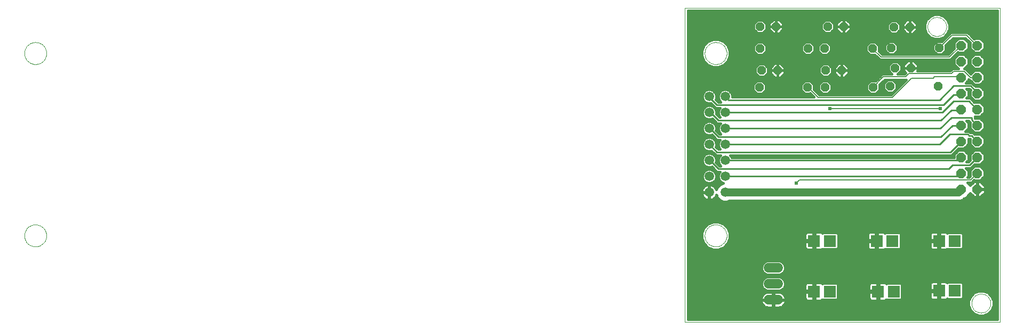
<source format=gbl>
G75*
G70*
%OFA0B0*%
%FSLAX24Y24*%
%IPPOS*%
%LPD*%
%AMOC8*
5,1,8,0,0,1.08239X$1,22.5*
%
%ADD10C,0.0000*%
%ADD11OC8,0.0600*%
%ADD12C,0.0594*%
%ADD13OC8,0.0520*%
%ADD14R,0.0768X0.0768*%
%ADD15C,0.0600*%
%ADD16C,0.0160*%
%ADD17C,0.0500*%
%ADD18C,0.0100*%
%ADD19C,0.0060*%
%ADD20C,0.0240*%
D10*
X001798Y006879D02*
X001800Y006931D01*
X001806Y006983D01*
X001816Y007034D01*
X001829Y007084D01*
X001847Y007134D01*
X001868Y007181D01*
X001892Y007227D01*
X001921Y007271D01*
X001952Y007313D01*
X001986Y007352D01*
X002023Y007389D01*
X002063Y007422D01*
X002106Y007453D01*
X002150Y007480D01*
X002196Y007504D01*
X002245Y007524D01*
X002294Y007540D01*
X002345Y007553D01*
X002396Y007562D01*
X002448Y007567D01*
X002500Y007568D01*
X002552Y007565D01*
X002604Y007558D01*
X002655Y007547D01*
X002705Y007533D01*
X002754Y007514D01*
X002801Y007492D01*
X002846Y007467D01*
X002890Y007438D01*
X002931Y007406D01*
X002970Y007371D01*
X003005Y007333D01*
X003038Y007292D01*
X003068Y007250D01*
X003094Y007205D01*
X003117Y007158D01*
X003136Y007109D01*
X003152Y007059D01*
X003164Y007009D01*
X003172Y006957D01*
X003176Y006905D01*
X003176Y006853D01*
X003172Y006801D01*
X003164Y006749D01*
X003152Y006699D01*
X003136Y006649D01*
X003117Y006600D01*
X003094Y006553D01*
X003068Y006508D01*
X003038Y006466D01*
X003005Y006425D01*
X002970Y006387D01*
X002931Y006352D01*
X002890Y006320D01*
X002846Y006291D01*
X002801Y006266D01*
X002754Y006244D01*
X002705Y006225D01*
X002655Y006211D01*
X002604Y006200D01*
X002552Y006193D01*
X002500Y006190D01*
X002448Y006191D01*
X002396Y006196D01*
X002345Y006205D01*
X002294Y006218D01*
X002245Y006234D01*
X002196Y006254D01*
X002150Y006278D01*
X002106Y006305D01*
X002063Y006336D01*
X002023Y006369D01*
X001986Y006406D01*
X001952Y006445D01*
X001921Y006487D01*
X001892Y006531D01*
X001868Y006577D01*
X001847Y006624D01*
X001829Y006674D01*
X001816Y006724D01*
X001806Y006775D01*
X001800Y006827D01*
X001798Y006879D01*
X001798Y018297D02*
X001800Y018349D01*
X001806Y018401D01*
X001816Y018452D01*
X001829Y018502D01*
X001847Y018552D01*
X001868Y018599D01*
X001892Y018645D01*
X001921Y018689D01*
X001952Y018731D01*
X001986Y018770D01*
X002023Y018807D01*
X002063Y018840D01*
X002106Y018871D01*
X002150Y018898D01*
X002196Y018922D01*
X002245Y018942D01*
X002294Y018958D01*
X002345Y018971D01*
X002396Y018980D01*
X002448Y018985D01*
X002500Y018986D01*
X002552Y018983D01*
X002604Y018976D01*
X002655Y018965D01*
X002705Y018951D01*
X002754Y018932D01*
X002801Y018910D01*
X002846Y018885D01*
X002890Y018856D01*
X002931Y018824D01*
X002970Y018789D01*
X003005Y018751D01*
X003038Y018710D01*
X003068Y018668D01*
X003094Y018623D01*
X003117Y018576D01*
X003136Y018527D01*
X003152Y018477D01*
X003164Y018427D01*
X003172Y018375D01*
X003176Y018323D01*
X003176Y018271D01*
X003172Y018219D01*
X003164Y018167D01*
X003152Y018117D01*
X003136Y018067D01*
X003117Y018018D01*
X003094Y017971D01*
X003068Y017926D01*
X003038Y017884D01*
X003005Y017843D01*
X002970Y017805D01*
X002931Y017770D01*
X002890Y017738D01*
X002846Y017709D01*
X002801Y017684D01*
X002754Y017662D01*
X002705Y017643D01*
X002655Y017629D01*
X002604Y017618D01*
X002552Y017611D01*
X002500Y017608D01*
X002448Y017609D01*
X002396Y017614D01*
X002345Y017623D01*
X002294Y017636D01*
X002245Y017652D01*
X002196Y017672D01*
X002150Y017696D01*
X002106Y017723D01*
X002063Y017754D01*
X002023Y017787D01*
X001986Y017824D01*
X001952Y017863D01*
X001921Y017905D01*
X001892Y017949D01*
X001868Y017995D01*
X001847Y018042D01*
X001829Y018092D01*
X001816Y018142D01*
X001806Y018193D01*
X001800Y018245D01*
X001798Y018297D01*
X043087Y021145D02*
X043087Y001460D01*
X062772Y001460D01*
X062772Y021145D01*
X043087Y021145D01*
X044318Y018297D02*
X044320Y018349D01*
X044326Y018401D01*
X044336Y018452D01*
X044349Y018502D01*
X044367Y018552D01*
X044388Y018599D01*
X044412Y018645D01*
X044441Y018689D01*
X044472Y018731D01*
X044506Y018770D01*
X044543Y018807D01*
X044583Y018840D01*
X044626Y018871D01*
X044670Y018898D01*
X044716Y018922D01*
X044765Y018942D01*
X044814Y018958D01*
X044865Y018971D01*
X044916Y018980D01*
X044968Y018985D01*
X045020Y018986D01*
X045072Y018983D01*
X045124Y018976D01*
X045175Y018965D01*
X045225Y018951D01*
X045274Y018932D01*
X045321Y018910D01*
X045366Y018885D01*
X045410Y018856D01*
X045451Y018824D01*
X045490Y018789D01*
X045525Y018751D01*
X045558Y018710D01*
X045588Y018668D01*
X045614Y018623D01*
X045637Y018576D01*
X045656Y018527D01*
X045672Y018477D01*
X045684Y018427D01*
X045692Y018375D01*
X045696Y018323D01*
X045696Y018271D01*
X045692Y018219D01*
X045684Y018167D01*
X045672Y018117D01*
X045656Y018067D01*
X045637Y018018D01*
X045614Y017971D01*
X045588Y017926D01*
X045558Y017884D01*
X045525Y017843D01*
X045490Y017805D01*
X045451Y017770D01*
X045410Y017738D01*
X045366Y017709D01*
X045321Y017684D01*
X045274Y017662D01*
X045225Y017643D01*
X045175Y017629D01*
X045124Y017618D01*
X045072Y017611D01*
X045020Y017608D01*
X044968Y017609D01*
X044916Y017614D01*
X044865Y017623D01*
X044814Y017636D01*
X044765Y017652D01*
X044716Y017672D01*
X044670Y017696D01*
X044626Y017723D01*
X044583Y017754D01*
X044543Y017787D01*
X044506Y017824D01*
X044472Y017863D01*
X044441Y017905D01*
X044412Y017949D01*
X044388Y017995D01*
X044367Y018042D01*
X044349Y018092D01*
X044336Y018142D01*
X044326Y018193D01*
X044320Y018245D01*
X044318Y018297D01*
X058244Y019964D02*
X058246Y020012D01*
X058252Y020060D01*
X058262Y020107D01*
X058275Y020153D01*
X058293Y020198D01*
X058313Y020242D01*
X058338Y020284D01*
X058366Y020323D01*
X058396Y020360D01*
X058430Y020394D01*
X058467Y020426D01*
X058505Y020455D01*
X058546Y020480D01*
X058589Y020502D01*
X058634Y020520D01*
X058680Y020534D01*
X058727Y020545D01*
X058775Y020552D01*
X058823Y020555D01*
X058871Y020554D01*
X058919Y020549D01*
X058967Y020540D01*
X059013Y020528D01*
X059058Y020511D01*
X059102Y020491D01*
X059144Y020468D01*
X059184Y020441D01*
X059222Y020411D01*
X059257Y020378D01*
X059289Y020342D01*
X059319Y020304D01*
X059345Y020263D01*
X059367Y020220D01*
X059387Y020176D01*
X059402Y020131D01*
X059414Y020084D01*
X059422Y020036D01*
X059426Y019988D01*
X059426Y019940D01*
X059422Y019892D01*
X059414Y019844D01*
X059402Y019797D01*
X059387Y019752D01*
X059367Y019708D01*
X059345Y019665D01*
X059319Y019624D01*
X059289Y019586D01*
X059257Y019550D01*
X059222Y019517D01*
X059184Y019487D01*
X059144Y019460D01*
X059102Y019437D01*
X059058Y019417D01*
X059013Y019400D01*
X058967Y019388D01*
X058919Y019379D01*
X058871Y019374D01*
X058823Y019373D01*
X058775Y019376D01*
X058727Y019383D01*
X058680Y019394D01*
X058634Y019408D01*
X058589Y019426D01*
X058546Y019448D01*
X058505Y019473D01*
X058467Y019502D01*
X058430Y019534D01*
X058396Y019568D01*
X058366Y019605D01*
X058338Y019644D01*
X058313Y019686D01*
X058293Y019730D01*
X058275Y019775D01*
X058262Y019821D01*
X058252Y019868D01*
X058246Y019916D01*
X058244Y019964D01*
X044318Y006879D02*
X044320Y006931D01*
X044326Y006983D01*
X044336Y007034D01*
X044349Y007084D01*
X044367Y007134D01*
X044388Y007181D01*
X044412Y007227D01*
X044441Y007271D01*
X044472Y007313D01*
X044506Y007352D01*
X044543Y007389D01*
X044583Y007422D01*
X044626Y007453D01*
X044670Y007480D01*
X044716Y007504D01*
X044765Y007524D01*
X044814Y007540D01*
X044865Y007553D01*
X044916Y007562D01*
X044968Y007567D01*
X045020Y007568D01*
X045072Y007565D01*
X045124Y007558D01*
X045175Y007547D01*
X045225Y007533D01*
X045274Y007514D01*
X045321Y007492D01*
X045366Y007467D01*
X045410Y007438D01*
X045451Y007406D01*
X045490Y007371D01*
X045525Y007333D01*
X045558Y007292D01*
X045588Y007250D01*
X045614Y007205D01*
X045637Y007158D01*
X045656Y007109D01*
X045672Y007059D01*
X045684Y007009D01*
X045692Y006957D01*
X045696Y006905D01*
X045696Y006853D01*
X045692Y006801D01*
X045684Y006749D01*
X045672Y006699D01*
X045656Y006649D01*
X045637Y006600D01*
X045614Y006553D01*
X045588Y006508D01*
X045558Y006466D01*
X045525Y006425D01*
X045490Y006387D01*
X045451Y006352D01*
X045410Y006320D01*
X045366Y006291D01*
X045321Y006266D01*
X045274Y006244D01*
X045225Y006225D01*
X045175Y006211D01*
X045124Y006200D01*
X045072Y006193D01*
X045020Y006190D01*
X044968Y006191D01*
X044916Y006196D01*
X044865Y006205D01*
X044814Y006218D01*
X044765Y006234D01*
X044716Y006254D01*
X044670Y006278D01*
X044626Y006305D01*
X044583Y006336D01*
X044543Y006369D01*
X044506Y006406D01*
X044472Y006445D01*
X044441Y006487D01*
X044412Y006531D01*
X044388Y006577D01*
X044367Y006624D01*
X044349Y006674D01*
X044336Y006724D01*
X044326Y006775D01*
X044320Y006827D01*
X044318Y006879D01*
X061000Y002641D02*
X061002Y002689D01*
X061008Y002737D01*
X061018Y002784D01*
X061031Y002830D01*
X061049Y002875D01*
X061069Y002919D01*
X061094Y002961D01*
X061122Y003000D01*
X061152Y003037D01*
X061186Y003071D01*
X061223Y003103D01*
X061261Y003132D01*
X061302Y003157D01*
X061345Y003179D01*
X061390Y003197D01*
X061436Y003211D01*
X061483Y003222D01*
X061531Y003229D01*
X061579Y003232D01*
X061627Y003231D01*
X061675Y003226D01*
X061723Y003217D01*
X061769Y003205D01*
X061814Y003188D01*
X061858Y003168D01*
X061900Y003145D01*
X061940Y003118D01*
X061978Y003088D01*
X062013Y003055D01*
X062045Y003019D01*
X062075Y002981D01*
X062101Y002940D01*
X062123Y002897D01*
X062143Y002853D01*
X062158Y002808D01*
X062170Y002761D01*
X062178Y002713D01*
X062182Y002665D01*
X062182Y002617D01*
X062178Y002569D01*
X062170Y002521D01*
X062158Y002474D01*
X062143Y002429D01*
X062123Y002385D01*
X062101Y002342D01*
X062075Y002301D01*
X062045Y002263D01*
X062013Y002227D01*
X061978Y002194D01*
X061940Y002164D01*
X061900Y002137D01*
X061858Y002114D01*
X061814Y002094D01*
X061769Y002077D01*
X061723Y002065D01*
X061675Y002056D01*
X061627Y002051D01*
X061579Y002050D01*
X061531Y002053D01*
X061483Y002060D01*
X061436Y002071D01*
X061390Y002085D01*
X061345Y002103D01*
X061302Y002125D01*
X061261Y002150D01*
X061223Y002179D01*
X061186Y002211D01*
X061152Y002245D01*
X061122Y002282D01*
X061094Y002321D01*
X061069Y002363D01*
X061049Y002407D01*
X061031Y002452D01*
X061018Y002498D01*
X061008Y002545D01*
X061002Y002593D01*
X061000Y002641D01*
D11*
X061351Y009781D03*
X060351Y009781D03*
X060351Y010781D03*
X061351Y010781D03*
X061351Y011781D03*
X060351Y011781D03*
X060351Y012781D03*
X061351Y012781D03*
X061351Y013781D03*
X060351Y013781D03*
X060351Y014781D03*
X061351Y014781D03*
X061351Y015781D03*
X060351Y015781D03*
X060351Y016781D03*
X061351Y016781D03*
X061351Y017781D03*
X060351Y017781D03*
X060351Y018781D03*
X061351Y018781D03*
D12*
X045597Y015588D03*
X044597Y015588D03*
X044597Y014588D03*
X045597Y014588D03*
X045597Y013588D03*
X044597Y013588D03*
X044597Y012588D03*
X045597Y012588D03*
X045597Y011588D03*
X044597Y011588D03*
X044597Y010588D03*
X045597Y010588D03*
X045597Y009588D03*
X044597Y009588D03*
D13*
X047747Y016180D03*
X047867Y017220D03*
X048867Y017220D03*
X050747Y016180D03*
X051827Y016180D03*
X051867Y017220D03*
X052867Y017220D03*
X054827Y016180D03*
X055921Y016240D03*
X056192Y017383D03*
X057192Y017383D03*
X058921Y016240D03*
X058990Y018645D03*
X055990Y018645D03*
X054794Y018596D03*
X051794Y018596D03*
X050778Y018589D03*
X047778Y018589D03*
X047776Y019972D03*
X048776Y019972D03*
X051994Y019969D03*
X052994Y019969D03*
X056134Y019948D03*
X057134Y019948D03*
D14*
X056054Y006549D03*
X055070Y006549D03*
X052136Y006549D03*
X051152Y006549D03*
X058962Y006549D03*
X059946Y006549D03*
X059941Y003429D03*
X058957Y003429D03*
X056127Y003380D03*
X055143Y003380D03*
X052127Y003380D03*
X051143Y003380D03*
D15*
X048907Y003860D02*
X048307Y003860D01*
X048307Y002860D02*
X048907Y002860D01*
X048907Y004860D02*
X048307Y004860D01*
D16*
X047926Y004630D02*
X043267Y004630D01*
X043267Y004472D02*
X048095Y004472D01*
X048058Y004487D02*
X048219Y004420D01*
X048994Y004420D01*
X049156Y004487D01*
X049280Y004611D01*
X049347Y004772D01*
X049347Y004948D01*
X049280Y005109D01*
X049156Y005233D01*
X048994Y005300D01*
X048219Y005300D01*
X048058Y005233D01*
X047934Y005109D01*
X047867Y004948D01*
X047867Y004772D01*
X047934Y004611D01*
X048058Y004487D01*
X048219Y004300D02*
X048058Y004233D01*
X047934Y004109D01*
X047867Y003948D01*
X047867Y003772D01*
X047934Y003611D01*
X048058Y003487D01*
X048219Y003420D01*
X048994Y003420D01*
X049156Y003487D01*
X049280Y003611D01*
X049347Y003772D01*
X049347Y003948D01*
X049280Y004109D01*
X049156Y004233D01*
X048994Y004300D01*
X048219Y004300D01*
X047979Y004155D02*
X043267Y004155D01*
X043267Y004313D02*
X062592Y004313D01*
X062592Y004155D02*
X049235Y004155D01*
X049327Y003996D02*
X062592Y003996D01*
X062592Y003838D02*
X060465Y003838D01*
X060465Y003870D02*
X060383Y003952D01*
X059499Y003952D01*
X059477Y003930D01*
X059451Y003956D01*
X059410Y003980D01*
X059364Y003992D01*
X059005Y003992D01*
X059005Y003476D01*
X058909Y003476D01*
X058909Y003381D01*
X058393Y003381D01*
X058393Y003021D01*
X058405Y002975D01*
X058429Y002934D01*
X058462Y002901D01*
X058503Y002877D01*
X058549Y002865D01*
X058909Y002865D01*
X058909Y003381D01*
X059005Y003381D01*
X059005Y002865D01*
X059364Y002865D01*
X059410Y002877D01*
X059451Y002901D01*
X059477Y002927D01*
X059499Y002905D01*
X060383Y002905D01*
X060465Y002987D01*
X060465Y003870D01*
X060465Y003679D02*
X062592Y003679D01*
X062592Y003521D02*
X060465Y003521D01*
X060465Y003362D02*
X061318Y003362D01*
X061438Y003412D02*
X061154Y003294D01*
X060938Y003078D01*
X060820Y002794D01*
X060820Y002488D01*
X060938Y002205D01*
X061154Y001988D01*
X061438Y001871D01*
X061744Y001871D01*
X062027Y001988D01*
X062244Y002205D01*
X062361Y002488D01*
X062361Y002794D01*
X062244Y003078D01*
X062027Y003294D01*
X061744Y003412D01*
X061438Y003412D01*
X061064Y003204D02*
X060465Y003204D01*
X060465Y003045D02*
X060924Y003045D01*
X060858Y002887D02*
X059427Y002887D01*
X059005Y002887D02*
X058909Y002887D01*
X058909Y003045D02*
X059005Y003045D01*
X059005Y003204D02*
X058909Y003204D01*
X058909Y003362D02*
X059005Y003362D01*
X058909Y003476D02*
X058393Y003476D01*
X058393Y003836D01*
X058405Y003882D01*
X058429Y003923D01*
X058462Y003956D01*
X058503Y003980D01*
X058549Y003992D01*
X058909Y003992D01*
X058909Y003476D01*
X058909Y003521D02*
X059005Y003521D01*
X059005Y003679D02*
X058909Y003679D01*
X058909Y003838D02*
X059005Y003838D01*
X058393Y003838D02*
X056635Y003838D01*
X056651Y003822D02*
X056569Y003904D01*
X055685Y003904D01*
X055663Y003882D01*
X055637Y003908D01*
X055596Y003932D01*
X055550Y003944D01*
X055191Y003944D01*
X055191Y003428D01*
X055095Y003428D01*
X055095Y003944D01*
X054735Y003944D01*
X054689Y003932D01*
X054648Y003908D01*
X054615Y003874D01*
X054591Y003833D01*
X054579Y003788D01*
X054579Y003428D01*
X055095Y003428D01*
X055095Y003332D01*
X055191Y003332D01*
X055191Y002816D01*
X055550Y002816D01*
X055596Y002828D01*
X055637Y002852D01*
X055663Y002878D01*
X055685Y002856D01*
X056569Y002856D01*
X056651Y002938D01*
X056651Y003822D01*
X056651Y003679D02*
X058393Y003679D01*
X058393Y003521D02*
X056651Y003521D01*
X056651Y003362D02*
X058393Y003362D01*
X058393Y003204D02*
X056651Y003204D01*
X056651Y003045D02*
X058393Y003045D01*
X058487Y002887D02*
X056599Y002887D01*
X055191Y002887D02*
X055095Y002887D01*
X055095Y002816D02*
X054735Y002816D01*
X054689Y002828D01*
X054648Y002852D01*
X054615Y002886D01*
X054591Y002927D01*
X054579Y002972D01*
X054579Y003332D01*
X055095Y003332D01*
X055095Y002816D01*
X055095Y003045D02*
X055191Y003045D01*
X055191Y003204D02*
X055095Y003204D01*
X055095Y003362D02*
X052651Y003362D01*
X052651Y003204D02*
X054579Y003204D01*
X054579Y003045D02*
X052651Y003045D01*
X052651Y002938D02*
X052651Y003822D01*
X052569Y003904D01*
X051685Y003904D01*
X051663Y003882D01*
X051637Y003908D01*
X051596Y003932D01*
X051550Y003944D01*
X051191Y003944D01*
X051191Y003428D01*
X051095Y003428D01*
X051095Y003944D01*
X050735Y003944D01*
X050689Y003932D01*
X050648Y003908D01*
X050615Y003874D01*
X050591Y003833D01*
X050579Y003788D01*
X050579Y003428D01*
X051095Y003428D01*
X051095Y003332D01*
X051191Y003332D01*
X051191Y002816D01*
X051550Y002816D01*
X051596Y002828D01*
X051637Y002852D01*
X051663Y002878D01*
X051685Y002856D01*
X052569Y002856D01*
X052651Y002938D01*
X052599Y002887D02*
X054614Y002887D01*
X054579Y003521D02*
X052651Y003521D01*
X052651Y003679D02*
X054579Y003679D01*
X054593Y003838D02*
X052635Y003838D01*
X051191Y003838D02*
X051095Y003838D01*
X051095Y003679D02*
X051191Y003679D01*
X051191Y003521D02*
X051095Y003521D01*
X051095Y003362D02*
X043267Y003362D01*
X043267Y003204D02*
X047972Y003204D01*
X047994Y003226D02*
X047941Y003173D01*
X047896Y003112D01*
X047862Y003044D01*
X047839Y002972D01*
X047827Y002898D01*
X047827Y002880D01*
X048587Y002880D01*
X048587Y003340D01*
X048269Y003340D01*
X048194Y003328D01*
X048123Y003305D01*
X048055Y003271D01*
X047994Y003226D01*
X047862Y003045D02*
X043267Y003045D01*
X043267Y002887D02*
X047827Y002887D01*
X047827Y002840D02*
X047827Y002822D01*
X047839Y002748D01*
X047862Y002676D01*
X047896Y002608D01*
X047941Y002547D01*
X047994Y002494D01*
X048055Y002449D01*
X048123Y002415D01*
X048194Y002392D01*
X048269Y002380D01*
X048587Y002380D01*
X048587Y002840D01*
X048627Y002840D01*
X048627Y002880D01*
X049387Y002880D01*
X049387Y002898D01*
X049375Y002972D01*
X049352Y003044D01*
X049317Y003112D01*
X049273Y003173D01*
X049220Y003226D01*
X049158Y003271D01*
X049091Y003305D01*
X049019Y003328D01*
X048945Y003340D01*
X048627Y003340D01*
X048627Y002880D01*
X048587Y002880D01*
X048587Y002840D01*
X047827Y002840D01*
X047845Y002728D02*
X043267Y002728D01*
X043267Y002570D02*
X047925Y002570D01*
X048135Y002411D02*
X043267Y002411D01*
X043267Y002253D02*
X060918Y002253D01*
X060852Y002411D02*
X049078Y002411D01*
X049091Y002415D02*
X049158Y002449D01*
X049220Y002494D01*
X049273Y002547D01*
X049317Y002608D01*
X049352Y002676D01*
X049375Y002748D01*
X049387Y002822D01*
X049387Y002840D01*
X048627Y002840D01*
X048627Y002380D01*
X048945Y002380D01*
X049019Y002392D01*
X049091Y002415D01*
X049289Y002570D02*
X060820Y002570D01*
X060820Y002728D02*
X049369Y002728D01*
X049387Y002887D02*
X050614Y002887D01*
X050615Y002886D02*
X050648Y002852D01*
X050689Y002828D01*
X050735Y002816D01*
X051095Y002816D01*
X051095Y003332D01*
X050579Y003332D01*
X050579Y002972D01*
X050591Y002927D01*
X050615Y002886D01*
X050579Y003045D02*
X049351Y003045D01*
X049242Y003204D02*
X050579Y003204D01*
X051095Y003204D02*
X051191Y003204D01*
X051191Y003045D02*
X051095Y003045D01*
X051095Y002887D02*
X051191Y002887D01*
X050579Y003521D02*
X049190Y003521D01*
X049308Y003679D02*
X050579Y003679D01*
X050593Y003838D02*
X049347Y003838D01*
X048024Y003521D02*
X043267Y003521D01*
X043267Y003679D02*
X047906Y003679D01*
X047867Y003838D02*
X043267Y003838D01*
X043267Y003996D02*
X047887Y003996D01*
X049119Y004472D02*
X062592Y004472D01*
X062592Y004630D02*
X049288Y004630D01*
X049347Y004789D02*
X062592Y004789D01*
X062592Y004947D02*
X049347Y004947D01*
X049281Y005106D02*
X062592Y005106D01*
X062592Y005264D02*
X049081Y005264D01*
X048132Y005264D02*
X043267Y005264D01*
X043267Y005106D02*
X047932Y005106D01*
X047867Y004947D02*
X043267Y004947D01*
X043267Y004789D02*
X047867Y004789D01*
X045499Y006143D02*
X045180Y006010D01*
X044834Y006010D01*
X044515Y006143D01*
X044270Y006387D01*
X044138Y006706D01*
X044138Y007052D01*
X044270Y007371D01*
X044515Y007616D01*
X044834Y007748D01*
X045180Y007748D01*
X045499Y007616D01*
X045744Y007371D01*
X045876Y007052D01*
X045876Y006706D01*
X045744Y006387D01*
X045499Y006143D01*
X045572Y006215D02*
X050588Y006215D01*
X050588Y006141D02*
X050600Y006095D01*
X050624Y006054D01*
X050658Y006021D01*
X050699Y005997D01*
X050745Y005985D01*
X051104Y005985D01*
X051104Y006501D01*
X050588Y006501D01*
X050588Y006141D01*
X050623Y006057D02*
X045291Y006057D01*
X044722Y006057D02*
X043267Y006057D01*
X043267Y006215D02*
X044442Y006215D01*
X044284Y006374D02*
X043267Y006374D01*
X043267Y006532D02*
X044210Y006532D01*
X044144Y006691D02*
X043267Y006691D01*
X043267Y006849D02*
X044138Y006849D01*
X044138Y007008D02*
X043267Y007008D01*
X043267Y007166D02*
X044185Y007166D01*
X044251Y007325D02*
X043267Y007325D01*
X043267Y007483D02*
X044382Y007483D01*
X044576Y007642D02*
X043267Y007642D01*
X043267Y007800D02*
X062592Y007800D01*
X062592Y007642D02*
X045437Y007642D01*
X045632Y007483D02*
X062592Y007483D01*
X062592Y007325D02*
X045763Y007325D01*
X045829Y007166D02*
X062592Y007166D01*
X062592Y007008D02*
X060453Y007008D01*
X060470Y006990D02*
X060388Y007072D01*
X059504Y007072D01*
X059482Y007050D01*
X059456Y007076D01*
X059415Y007100D01*
X059369Y007112D01*
X059010Y007112D01*
X059010Y006596D01*
X058914Y006596D01*
X058914Y006501D01*
X058398Y006501D01*
X058398Y006141D01*
X058410Y006095D01*
X058434Y006054D01*
X058467Y006021D01*
X058509Y005997D01*
X058554Y005985D01*
X058914Y005985D01*
X058914Y006501D01*
X059010Y006501D01*
X059010Y005985D01*
X059369Y005985D01*
X059415Y005997D01*
X059456Y006021D01*
X059482Y006047D01*
X059504Y006025D01*
X060388Y006025D01*
X060470Y006107D01*
X060470Y006990D01*
X060470Y006849D02*
X062592Y006849D01*
X062592Y006691D02*
X060470Y006691D01*
X060470Y006532D02*
X062592Y006532D01*
X062592Y006374D02*
X060470Y006374D01*
X060470Y006215D02*
X062592Y006215D01*
X062592Y006057D02*
X060420Y006057D01*
X059010Y006057D02*
X058914Y006057D01*
X058914Y006215D02*
X059010Y006215D01*
X059010Y006374D02*
X058914Y006374D01*
X058914Y006532D02*
X056578Y006532D01*
X056578Y006374D02*
X058398Y006374D01*
X058398Y006215D02*
X056578Y006215D01*
X056578Y006107D02*
X056578Y006990D01*
X056496Y007072D01*
X055612Y007072D01*
X055590Y007050D01*
X055564Y007076D01*
X055523Y007100D01*
X055477Y007112D01*
X055118Y007112D01*
X055118Y006596D01*
X055022Y006596D01*
X055022Y006501D01*
X054506Y006501D01*
X054506Y006141D01*
X054518Y006095D01*
X054542Y006054D01*
X054575Y006021D01*
X054616Y005997D01*
X054662Y005985D01*
X055022Y005985D01*
X055022Y006501D01*
X055118Y006501D01*
X055118Y005985D01*
X055477Y005985D01*
X055523Y005997D01*
X055564Y006021D01*
X055590Y006047D01*
X055612Y006025D01*
X056496Y006025D01*
X056578Y006107D01*
X056528Y006057D02*
X058433Y006057D01*
X058398Y006596D02*
X058914Y006596D01*
X058914Y007112D01*
X058554Y007112D01*
X058509Y007100D01*
X058467Y007076D01*
X058434Y007043D01*
X058410Y007002D01*
X058398Y006956D01*
X058398Y006596D01*
X058398Y006691D02*
X056578Y006691D01*
X056578Y006849D02*
X058398Y006849D01*
X058414Y007008D02*
X056561Y007008D01*
X055118Y007008D02*
X055022Y007008D01*
X055022Y007112D02*
X054662Y007112D01*
X054616Y007100D01*
X054575Y007076D01*
X054542Y007043D01*
X054518Y007002D01*
X054506Y006956D01*
X054506Y006596D01*
X055022Y006596D01*
X055022Y007112D01*
X055022Y006849D02*
X055118Y006849D01*
X055118Y006691D02*
X055022Y006691D01*
X055022Y006532D02*
X052660Y006532D01*
X052660Y006374D02*
X054506Y006374D01*
X054506Y006215D02*
X052660Y006215D01*
X052660Y006107D02*
X052660Y006990D01*
X052578Y007072D01*
X051694Y007072D01*
X051672Y007050D01*
X051646Y007076D01*
X051605Y007100D01*
X051560Y007112D01*
X051200Y007112D01*
X051200Y006596D01*
X051104Y006596D01*
X051104Y006501D01*
X051200Y006501D01*
X051200Y005985D01*
X051560Y005985D01*
X051605Y005997D01*
X051646Y006021D01*
X051672Y006047D01*
X051694Y006025D01*
X052578Y006025D01*
X052660Y006107D01*
X052610Y006057D02*
X054540Y006057D01*
X055022Y006057D02*
X055118Y006057D01*
X055118Y006215D02*
X055022Y006215D01*
X055022Y006374D02*
X055118Y006374D01*
X054506Y006691D02*
X052660Y006691D01*
X052660Y006849D02*
X054506Y006849D01*
X054521Y007008D02*
X052643Y007008D01*
X051200Y007008D02*
X051104Y007008D01*
X051104Y007112D02*
X050745Y007112D01*
X050699Y007100D01*
X050658Y007076D01*
X050624Y007043D01*
X050600Y007002D01*
X050588Y006956D01*
X050588Y006596D01*
X051104Y006596D01*
X051104Y007112D01*
X051104Y006849D02*
X051200Y006849D01*
X051200Y006691D02*
X051104Y006691D01*
X051104Y006532D02*
X045804Y006532D01*
X045869Y006691D02*
X050588Y006691D01*
X050588Y006849D02*
X045876Y006849D01*
X045876Y007008D02*
X050604Y007008D01*
X050588Y006374D02*
X045730Y006374D01*
X043267Y005898D02*
X062592Y005898D01*
X062592Y005740D02*
X043267Y005740D01*
X043267Y005581D02*
X062592Y005581D01*
X062592Y005423D02*
X043267Y005423D01*
X048587Y003204D02*
X048627Y003204D01*
X048627Y003045D02*
X048587Y003045D01*
X048587Y002887D02*
X048627Y002887D01*
X048627Y002728D02*
X048587Y002728D01*
X048587Y002570D02*
X048627Y002570D01*
X048627Y002411D02*
X048587Y002411D01*
X043267Y002094D02*
X061048Y002094D01*
X061281Y001936D02*
X043267Y001936D01*
X043267Y001777D02*
X062592Y001777D01*
X062592Y001640D02*
X043267Y001640D01*
X043267Y020965D01*
X062592Y020965D01*
X062592Y001640D01*
X062592Y001936D02*
X061901Y001936D01*
X062133Y002094D02*
X062592Y002094D01*
X062592Y002253D02*
X062264Y002253D01*
X062330Y002411D02*
X062592Y002411D01*
X062592Y002570D02*
X062361Y002570D01*
X062361Y002728D02*
X062592Y002728D01*
X062592Y002887D02*
X062323Y002887D01*
X062258Y003045D02*
X062592Y003045D01*
X062592Y003204D02*
X062118Y003204D01*
X061864Y003362D02*
X062592Y003362D01*
X055191Y003521D02*
X055095Y003521D01*
X055095Y003679D02*
X055191Y003679D01*
X055191Y003838D02*
X055095Y003838D01*
X051200Y006057D02*
X051104Y006057D01*
X051104Y006215D02*
X051200Y006215D01*
X051200Y006374D02*
X051104Y006374D01*
X045825Y009058D02*
X060264Y009058D01*
X060459Y009139D01*
X060521Y009201D01*
X060592Y009201D01*
X060922Y009531D01*
X061153Y009301D01*
X061331Y009301D01*
X061331Y009761D01*
X061371Y009761D01*
X061371Y009301D01*
X061550Y009301D01*
X061831Y009582D01*
X061831Y009761D01*
X061371Y009761D01*
X061371Y009801D01*
X061331Y009801D01*
X061331Y010261D01*
X061153Y010261D01*
X060922Y010030D01*
X060743Y010210D01*
X060997Y010210D01*
X061149Y010361D01*
X061169Y010341D01*
X061534Y010341D01*
X061791Y010599D01*
X061791Y010963D01*
X061534Y011221D01*
X061169Y011221D01*
X060911Y010963D01*
X060911Y010605D01*
X060856Y010550D01*
X060743Y010550D01*
X060791Y010599D01*
X060791Y010963D01*
X060645Y011110D01*
X060949Y011110D01*
X061180Y011341D01*
X061534Y011341D01*
X061791Y011599D01*
X061791Y011963D01*
X061534Y012221D01*
X061169Y012221D01*
X060911Y011963D01*
X060911Y011610D01*
X060792Y011490D01*
X060683Y011490D01*
X060791Y011599D01*
X060791Y011963D01*
X060534Y012221D01*
X060169Y012221D01*
X059911Y011963D01*
X059911Y011778D01*
X045992Y011778D01*
X045968Y011835D01*
X045893Y011910D01*
X059749Y011910D01*
X060180Y012341D01*
X060534Y012341D01*
X060791Y012599D01*
X060791Y012950D01*
X060911Y012950D01*
X060911Y012599D01*
X061169Y012341D01*
X061534Y012341D01*
X061791Y012599D01*
X061791Y012963D01*
X061534Y013221D01*
X061180Y013221D01*
X061071Y013330D01*
X060926Y013330D01*
X060846Y013410D01*
X060603Y013410D01*
X060791Y013599D01*
X060791Y013963D01*
X060685Y014070D01*
X060817Y014070D01*
X060817Y014047D01*
X060911Y013952D01*
X060911Y013599D01*
X061169Y013341D01*
X061534Y013341D01*
X061791Y013599D01*
X061791Y013963D01*
X061534Y014221D01*
X061197Y014221D01*
X061197Y014339D01*
X061195Y014341D01*
X061534Y014341D01*
X061791Y014599D01*
X061791Y014963D01*
X061534Y015221D01*
X061180Y015221D01*
X060911Y015490D01*
X060683Y015490D01*
X060791Y015599D01*
X060791Y015963D01*
X060685Y016070D01*
X060848Y016070D01*
X060933Y015985D01*
X060911Y015963D01*
X060911Y015599D01*
X061169Y015341D01*
X061534Y015341D01*
X061791Y015599D01*
X061791Y015963D01*
X061534Y016221D01*
X061235Y016221D01*
X061117Y016339D01*
X061006Y016450D01*
X060643Y016450D01*
X060791Y016599D01*
X060791Y016675D01*
X060856Y016610D01*
X060911Y016610D01*
X060911Y016599D01*
X061169Y016341D01*
X061534Y016341D01*
X061791Y016599D01*
X061791Y016963D01*
X061534Y017221D01*
X061169Y017221D01*
X060948Y017000D01*
X060597Y017350D01*
X060543Y017350D01*
X060791Y017599D01*
X060791Y017963D01*
X060534Y018221D01*
X060169Y018221D01*
X059911Y017963D01*
X059911Y017599D01*
X060160Y017350D01*
X059816Y017350D01*
X059717Y017250D01*
X059656Y017190D01*
X057621Y017190D01*
X057632Y017201D01*
X057632Y017383D01*
X057632Y017565D01*
X057374Y017823D01*
X057192Y017823D01*
X057192Y017383D01*
X057192Y017383D01*
X057632Y017383D01*
X057192Y017383D01*
X057192Y017383D01*
X057192Y017823D01*
X057010Y017823D01*
X056752Y017565D01*
X056752Y017383D01*
X057192Y017383D01*
X057192Y017383D01*
X056752Y017383D01*
X056752Y017201D01*
X056889Y017063D01*
X056816Y016990D01*
X056365Y016990D01*
X056592Y017217D01*
X056592Y017549D01*
X056358Y017783D01*
X056026Y017783D01*
X055792Y017549D01*
X055792Y017217D01*
X056019Y016990D01*
X055416Y016990D01*
X055317Y016890D01*
X055000Y016573D01*
X054993Y016580D01*
X054661Y016580D01*
X054427Y016346D01*
X054427Y016014D01*
X054661Y015780D01*
X054993Y015780D01*
X055227Y016014D01*
X055227Y016320D01*
X055557Y016650D01*
X056916Y016650D01*
X055976Y015710D01*
X051477Y015710D01*
X051147Y016040D01*
X051147Y016346D01*
X050913Y016580D01*
X050581Y016580D01*
X050347Y016346D01*
X050347Y016014D01*
X050581Y015780D01*
X050913Y015780D01*
X050920Y015787D01*
X051136Y015570D01*
X046034Y015570D01*
X046034Y015675D01*
X045968Y015835D01*
X045845Y015958D01*
X045684Y016025D01*
X045511Y016025D01*
X045350Y015958D01*
X045227Y015835D01*
X045161Y015675D01*
X045161Y015501D01*
X045227Y015340D01*
X045318Y015250D01*
X045166Y015250D01*
X044999Y015416D01*
X045034Y015501D01*
X045034Y015675D01*
X044968Y015835D01*
X044845Y015958D01*
X044684Y016025D01*
X044511Y016025D01*
X044350Y015958D01*
X044227Y015835D01*
X044161Y015675D01*
X044161Y015501D01*
X044227Y015340D01*
X044350Y015218D01*
X044511Y015151D01*
X044684Y015151D01*
X044715Y015164D01*
X044897Y014981D01*
X045008Y014870D01*
X045262Y014870D01*
X045227Y014835D01*
X045161Y014675D01*
X045161Y014501D01*
X045227Y014340D01*
X045278Y014290D01*
X045246Y014290D01*
X045034Y014501D01*
X045034Y014675D01*
X044968Y014835D01*
X044845Y014958D01*
X044684Y015025D01*
X044511Y015025D01*
X044350Y014958D01*
X044227Y014835D01*
X044161Y014675D01*
X044161Y014501D01*
X044227Y014340D01*
X044350Y014218D01*
X044511Y014151D01*
X044684Y014151D01*
X044799Y014199D01*
X044977Y014021D01*
X045088Y013910D01*
X045302Y013910D01*
X045227Y013835D01*
X045161Y013675D01*
X045161Y013501D01*
X045227Y013340D01*
X045318Y013250D01*
X045246Y013250D01*
X045023Y013473D01*
X045034Y013501D01*
X045034Y013675D01*
X044968Y013835D01*
X044845Y013958D01*
X044684Y014025D01*
X044511Y014025D01*
X044350Y013958D01*
X044227Y013835D01*
X044161Y013675D01*
X044161Y013501D01*
X044227Y013340D01*
X044350Y013218D01*
X044511Y013151D01*
X044684Y013151D01*
X044771Y013187D01*
X044977Y012981D01*
X045088Y012870D01*
X045262Y012870D01*
X045227Y012835D01*
X045161Y012675D01*
X045161Y012501D01*
X045227Y012340D01*
X045278Y012290D01*
X045166Y012290D01*
X045011Y012445D01*
X045034Y012501D01*
X045034Y012675D01*
X044968Y012835D01*
X044845Y012958D01*
X044684Y013025D01*
X044511Y013025D01*
X044350Y012958D01*
X044227Y012835D01*
X044161Y012675D01*
X044161Y012501D01*
X044227Y012340D01*
X044350Y012218D01*
X044511Y012151D01*
X044684Y012151D01*
X044743Y012175D01*
X044897Y012021D01*
X045008Y011910D01*
X045302Y011910D01*
X045227Y011835D01*
X045161Y011675D01*
X045161Y011501D01*
X045227Y011340D01*
X045318Y011250D01*
X045246Y011250D01*
X045023Y011473D01*
X045034Y011501D01*
X045034Y011675D01*
X044968Y011835D01*
X044845Y011958D01*
X044684Y012025D01*
X044511Y012025D01*
X044350Y011958D01*
X044227Y011835D01*
X044161Y011675D01*
X044161Y011501D01*
X044227Y011340D01*
X044350Y011218D01*
X044511Y011151D01*
X044684Y011151D01*
X044771Y011187D01*
X044977Y010981D01*
X045088Y010870D01*
X045262Y010870D01*
X045227Y010835D01*
X045161Y010675D01*
X045161Y010501D01*
X045227Y010340D01*
X045350Y010218D01*
X045480Y010164D01*
X045271Y010077D01*
X045108Y009915D01*
X045044Y009758D01*
X045039Y009771D01*
X045005Y009838D01*
X044961Y009899D01*
X044908Y009952D01*
X044847Y009996D01*
X044780Y010030D01*
X044709Y010053D01*
X044635Y010065D01*
X044616Y010065D01*
X044616Y009606D01*
X044579Y009606D01*
X044579Y009569D01*
X044616Y009569D01*
X044616Y009111D01*
X044635Y009111D01*
X044709Y009123D01*
X044780Y009146D01*
X044847Y009180D01*
X044908Y009224D01*
X044961Y009277D01*
X045005Y009338D01*
X045039Y009405D01*
X045044Y009418D01*
X045108Y009261D01*
X045271Y009099D01*
X045483Y009011D01*
X045712Y009011D01*
X045825Y009058D01*
X045345Y009068D02*
X043267Y009068D01*
X043267Y008910D02*
X062592Y008910D01*
X062592Y009068D02*
X060288Y009068D01*
X060617Y009227D02*
X062592Y009227D01*
X062592Y009385D02*
X061634Y009385D01*
X061793Y009544D02*
X062592Y009544D01*
X062592Y009702D02*
X061831Y009702D01*
X061831Y009801D02*
X061831Y009980D01*
X061550Y010261D01*
X061371Y010261D01*
X061371Y009801D01*
X061831Y009801D01*
X061831Y009861D02*
X062592Y009861D01*
X062592Y010019D02*
X061792Y010019D01*
X061634Y010178D02*
X062592Y010178D01*
X062592Y010336D02*
X061123Y010336D01*
X061069Y010178D02*
X060775Y010178D01*
X061331Y010178D02*
X061371Y010178D01*
X061371Y010019D02*
X061331Y010019D01*
X061331Y009861D02*
X061371Y009861D01*
X061371Y009702D02*
X061331Y009702D01*
X061331Y009544D02*
X061371Y009544D01*
X061371Y009385D02*
X061331Y009385D01*
X061069Y009385D02*
X060776Y009385D01*
X062592Y008751D02*
X043267Y008751D01*
X043267Y008593D02*
X062592Y008593D01*
X062592Y008434D02*
X043267Y008434D01*
X043267Y008276D02*
X062592Y008276D01*
X062592Y008117D02*
X043267Y008117D01*
X043267Y007959D02*
X062592Y007959D01*
X059010Y007008D02*
X058914Y007008D01*
X058914Y006849D02*
X059010Y006849D01*
X059010Y006691D02*
X058914Y006691D01*
X060791Y010653D02*
X060911Y010653D01*
X060911Y010812D02*
X060791Y010812D01*
X060785Y010970D02*
X060918Y010970D01*
X060968Y011129D02*
X061077Y011129D01*
X061126Y011287D02*
X062592Y011287D01*
X062592Y011129D02*
X061626Y011129D01*
X061785Y010970D02*
X062592Y010970D01*
X062592Y010812D02*
X061791Y010812D01*
X061791Y010653D02*
X062592Y010653D01*
X062592Y010495D02*
X061687Y010495D01*
X061638Y011446D02*
X062592Y011446D01*
X062592Y011604D02*
X061791Y011604D01*
X061791Y011763D02*
X062592Y011763D01*
X062592Y011921D02*
X061791Y011921D01*
X061675Y012080D02*
X062592Y012080D01*
X062592Y012238D02*
X060077Y012238D01*
X060028Y012080D02*
X059919Y012080D01*
X059911Y011921D02*
X059760Y011921D01*
X060675Y012080D02*
X061028Y012080D01*
X060911Y011921D02*
X060791Y011921D01*
X060791Y011763D02*
X060911Y011763D01*
X060906Y011604D02*
X060791Y011604D01*
X060589Y012397D02*
X061114Y012397D01*
X060955Y012555D02*
X060748Y012555D01*
X060791Y012714D02*
X060911Y012714D01*
X060911Y012872D02*
X060791Y012872D01*
X061566Y013189D02*
X062592Y013189D01*
X062592Y013031D02*
X061724Y013031D01*
X061791Y012872D02*
X062592Y012872D01*
X062592Y012714D02*
X061791Y012714D01*
X061748Y012555D02*
X062592Y012555D01*
X062592Y012397D02*
X061589Y012397D01*
X061540Y013348D02*
X062592Y013348D01*
X062592Y013506D02*
X061699Y013506D01*
X061791Y013665D02*
X062592Y013665D01*
X062592Y013823D02*
X061791Y013823D01*
X061773Y013982D02*
X062592Y013982D01*
X062592Y014140D02*
X061615Y014140D01*
X061197Y014299D02*
X062592Y014299D01*
X062592Y014457D02*
X061650Y014457D01*
X061791Y014616D02*
X062592Y014616D01*
X062592Y014774D02*
X061791Y014774D01*
X061791Y014933D02*
X062592Y014933D01*
X062592Y015091D02*
X061664Y015091D01*
X061601Y015408D02*
X062592Y015408D01*
X062592Y015250D02*
X061152Y015250D01*
X061102Y015408D02*
X060993Y015408D01*
X060944Y015567D02*
X060759Y015567D01*
X060791Y015725D02*
X060911Y015725D01*
X060911Y015884D02*
X060791Y015884D01*
X060713Y016042D02*
X060876Y016042D01*
X061554Y016201D02*
X062592Y016201D01*
X062592Y016359D02*
X061552Y016359D01*
X061710Y016518D02*
X062592Y016518D01*
X062592Y016676D02*
X061791Y016676D01*
X061791Y016835D02*
X062592Y016835D01*
X062592Y016993D02*
X061762Y016993D01*
X061603Y017152D02*
X062592Y017152D01*
X062592Y017310D02*
X060637Y017310D01*
X060661Y017469D02*
X061042Y017469D01*
X061169Y017341D02*
X060911Y017599D01*
X060911Y017963D01*
X061169Y018221D01*
X061534Y018221D01*
X061791Y017963D01*
X061791Y017599D01*
X061534Y017341D01*
X061169Y017341D01*
X061100Y017152D02*
X060796Y017152D01*
X060791Y017627D02*
X060911Y017627D01*
X060911Y017786D02*
X060791Y017786D01*
X060791Y017944D02*
X060911Y017944D01*
X061051Y018103D02*
X060652Y018103D01*
X060534Y018341D02*
X060791Y018599D01*
X060791Y018963D01*
X060534Y019221D01*
X060169Y019221D01*
X059911Y018963D01*
X059911Y018605D01*
X059536Y018230D01*
X055397Y018230D01*
X055194Y018433D01*
X055194Y018762D01*
X054960Y018996D01*
X054628Y018996D01*
X054394Y018762D01*
X054394Y018431D01*
X054628Y018196D01*
X054950Y018196D01*
X055157Y017990D01*
X055256Y017890D01*
X059677Y017890D01*
X059777Y017990D01*
X060149Y018361D01*
X060169Y018341D01*
X060534Y018341D01*
X060612Y018420D02*
X061091Y018420D01*
X061169Y018341D02*
X061534Y018341D01*
X061791Y018599D01*
X061791Y018963D01*
X061534Y019221D01*
X061169Y019221D01*
X061148Y019200D01*
X060757Y019590D01*
X059696Y019590D01*
X059597Y019490D01*
X059151Y019045D01*
X058825Y019045D01*
X058590Y018810D01*
X058590Y018479D01*
X058825Y018245D01*
X059156Y018245D01*
X059390Y018479D01*
X059390Y018803D01*
X059837Y019250D01*
X060616Y019250D01*
X060911Y018955D01*
X060911Y018599D01*
X061169Y018341D01*
X060932Y018578D02*
X060771Y018578D01*
X060791Y018737D02*
X060911Y018737D01*
X060911Y018895D02*
X060791Y018895D01*
X060813Y019054D02*
X060701Y019054D01*
X060654Y019212D02*
X060543Y019212D01*
X060160Y019212D02*
X059799Y019212D01*
X059641Y019054D02*
X060002Y019054D01*
X059911Y018895D02*
X059482Y018895D01*
X059390Y018737D02*
X059911Y018737D01*
X059885Y018578D02*
X059390Y018578D01*
X059331Y018420D02*
X059726Y018420D01*
X059568Y018261D02*
X059172Y018261D01*
X058808Y018261D02*
X056172Y018261D01*
X056156Y018245D02*
X056390Y018479D01*
X056390Y018810D01*
X056156Y019045D01*
X055825Y019045D01*
X055590Y018810D01*
X055590Y018479D01*
X055825Y018245D01*
X056156Y018245D01*
X056331Y018420D02*
X058650Y018420D01*
X058590Y018578D02*
X056390Y018578D01*
X056390Y018737D02*
X058590Y018737D01*
X058675Y018895D02*
X056306Y018895D01*
X055675Y018895D02*
X055061Y018895D01*
X055194Y018737D02*
X055590Y018737D01*
X055590Y018578D02*
X055194Y018578D01*
X055208Y018420D02*
X055650Y018420D01*
X055808Y018261D02*
X055366Y018261D01*
X055202Y017944D02*
X045801Y017944D01*
X045744Y017804D02*
X045876Y018124D01*
X045876Y018469D01*
X045744Y018789D01*
X045499Y019033D01*
X045180Y019166D01*
X044834Y019166D01*
X044515Y019033D01*
X044270Y018789D01*
X044138Y018469D01*
X044138Y018124D01*
X044270Y017804D01*
X044515Y017560D01*
X044834Y017428D01*
X045180Y017428D01*
X045499Y017560D01*
X045744Y017804D01*
X045725Y017786D02*
X056972Y017786D01*
X057192Y017786D02*
X057192Y017786D01*
X057192Y017627D02*
X057192Y017627D01*
X057192Y017469D02*
X057192Y017469D01*
X057411Y017786D02*
X059911Y017786D01*
X059911Y017944D02*
X059731Y017944D01*
X059777Y017990D02*
X059777Y017990D01*
X059890Y018103D02*
X060051Y018103D01*
X060048Y018261D02*
X062592Y018261D01*
X062592Y018103D02*
X061652Y018103D01*
X061791Y017944D02*
X062592Y017944D01*
X062592Y017786D02*
X061791Y017786D01*
X061791Y017627D02*
X062592Y017627D01*
X062592Y017469D02*
X061661Y017469D01*
X060042Y017469D02*
X057632Y017469D01*
X057632Y017310D02*
X059776Y017310D01*
X059911Y017627D02*
X057570Y017627D01*
X056814Y017627D02*
X056513Y017627D01*
X056592Y017469D02*
X056752Y017469D01*
X056752Y017310D02*
X056592Y017310D01*
X056526Y017152D02*
X056801Y017152D01*
X056819Y016993D02*
X056368Y016993D01*
X056016Y016993D02*
X053262Y016993D01*
X053307Y017038D02*
X053049Y016780D01*
X052867Y016780D01*
X052867Y017220D01*
X053307Y017220D01*
X053307Y017402D01*
X053049Y017660D01*
X052867Y017660D01*
X052867Y017220D01*
X052867Y017220D01*
X053307Y017220D01*
X053307Y017038D01*
X053307Y017152D02*
X055858Y017152D01*
X055792Y017310D02*
X053307Y017310D01*
X053241Y017469D02*
X055792Y017469D01*
X055870Y017627D02*
X053082Y017627D01*
X052867Y017627D02*
X052867Y017627D01*
X052867Y017660D02*
X052685Y017660D01*
X052427Y017402D01*
X052427Y017220D01*
X052427Y017038D01*
X052685Y016780D01*
X052867Y016780D01*
X052867Y017220D01*
X052867Y017220D01*
X052867Y017220D01*
X052867Y017660D01*
X052867Y017469D02*
X052867Y017469D01*
X052867Y017310D02*
X052867Y017310D01*
X052867Y017220D02*
X052427Y017220D01*
X052867Y017220D01*
X052867Y017220D01*
X052867Y017152D02*
X052867Y017152D01*
X052867Y016993D02*
X052867Y016993D01*
X052867Y016835D02*
X052867Y016835D01*
X053104Y016835D02*
X055261Y016835D01*
X055317Y016890D02*
X055317Y016890D01*
X055102Y016676D02*
X043267Y016676D01*
X043267Y016518D02*
X047519Y016518D01*
X047581Y016580D02*
X047347Y016346D01*
X047347Y016014D01*
X047581Y015780D01*
X047913Y015780D01*
X048147Y016014D01*
X048147Y016346D01*
X047913Y016580D01*
X047581Y016580D01*
X047701Y016820D02*
X048033Y016820D01*
X048267Y017054D01*
X048267Y017386D01*
X048033Y017620D01*
X047701Y017620D01*
X047467Y017386D01*
X047467Y017054D01*
X047701Y016820D01*
X047687Y016835D02*
X043267Y016835D01*
X043267Y016993D02*
X047528Y016993D01*
X047467Y017152D02*
X043267Y017152D01*
X043267Y017310D02*
X047467Y017310D01*
X047550Y017469D02*
X045279Y017469D01*
X045566Y017627D02*
X048652Y017627D01*
X048685Y017660D02*
X048427Y017402D01*
X048427Y017220D01*
X048427Y017038D01*
X048685Y016780D01*
X048867Y016780D01*
X049049Y016780D01*
X049307Y017038D01*
X049307Y017220D01*
X049307Y017402D01*
X049049Y017660D01*
X048867Y017660D01*
X048867Y017220D01*
X049307Y017220D01*
X048867Y017220D01*
X048867Y017220D01*
X048867Y016780D01*
X048867Y017220D01*
X048867Y017220D01*
X048867Y017220D01*
X048867Y017660D01*
X048685Y017660D01*
X048867Y017627D02*
X048867Y017627D01*
X048867Y017469D02*
X048867Y017469D01*
X048867Y017310D02*
X048867Y017310D01*
X048867Y017220D02*
X048867Y017220D01*
X048427Y017220D01*
X048867Y017220D01*
X048867Y017152D02*
X048867Y017152D01*
X048867Y016993D02*
X048867Y016993D01*
X048867Y016835D02*
X048867Y016835D01*
X049104Y016835D02*
X051687Y016835D01*
X051701Y016820D02*
X052033Y016820D01*
X052267Y017054D01*
X052267Y017386D01*
X052033Y017620D01*
X051701Y017620D01*
X051467Y017386D01*
X051467Y017054D01*
X051701Y016820D01*
X051661Y016580D02*
X051427Y016346D01*
X051427Y016014D01*
X051661Y015780D01*
X051993Y015780D01*
X052227Y016014D01*
X052227Y016346D01*
X051993Y016580D01*
X051661Y016580D01*
X051599Y016518D02*
X050975Y016518D01*
X051134Y016359D02*
X051440Y016359D01*
X051427Y016201D02*
X051147Y016201D01*
X051147Y016042D02*
X051427Y016042D01*
X051304Y015884D02*
X051558Y015884D01*
X051462Y015725D02*
X055991Y015725D01*
X056087Y015840D02*
X056321Y016074D01*
X056321Y016405D01*
X056087Y016640D01*
X055755Y016640D01*
X055521Y016405D01*
X055521Y016074D01*
X055755Y015840D01*
X056087Y015840D01*
X056131Y015884D02*
X056150Y015884D01*
X056289Y016042D02*
X056308Y016042D01*
X056321Y016201D02*
X056467Y016201D01*
X056321Y016359D02*
X056625Y016359D01*
X056784Y016518D02*
X056209Y016518D01*
X055633Y016518D02*
X055425Y016518D01*
X055521Y016359D02*
X055266Y016359D01*
X055227Y016201D02*
X055521Y016201D01*
X055553Y016042D02*
X055227Y016042D01*
X055096Y015884D02*
X055711Y015884D01*
X054558Y015884D02*
X052096Y015884D01*
X052227Y016042D02*
X054427Y016042D01*
X054427Y016201D02*
X052227Y016201D01*
X052214Y016359D02*
X054440Y016359D01*
X054599Y016518D02*
X052055Y016518D01*
X052047Y016835D02*
X052630Y016835D01*
X052472Y016993D02*
X052206Y016993D01*
X052267Y017152D02*
X052427Y017152D01*
X052427Y017310D02*
X052267Y017310D01*
X052184Y017469D02*
X052493Y017469D01*
X052652Y017627D02*
X049082Y017627D01*
X049241Y017469D02*
X051550Y017469D01*
X051467Y017310D02*
X049307Y017310D01*
X049307Y017152D02*
X051467Y017152D01*
X051528Y016993D02*
X049262Y016993D01*
X048630Y016835D02*
X048047Y016835D01*
X048206Y016993D02*
X048472Y016993D01*
X048427Y017152D02*
X048267Y017152D01*
X048267Y017310D02*
X048427Y017310D01*
X048493Y017469D02*
X048184Y017469D01*
X047944Y018189D02*
X047612Y018189D01*
X047378Y018423D01*
X047378Y018754D01*
X047612Y018989D01*
X047944Y018989D01*
X048178Y018754D01*
X048178Y018423D01*
X047944Y018189D01*
X048016Y018261D02*
X050540Y018261D01*
X050612Y018189D02*
X050944Y018189D01*
X051178Y018423D01*
X051178Y018754D01*
X050944Y018989D01*
X050612Y018989D01*
X050378Y018754D01*
X050378Y018423D01*
X050612Y018189D01*
X050381Y018420D02*
X048175Y018420D01*
X048178Y018578D02*
X050378Y018578D01*
X050378Y018737D02*
X048178Y018737D01*
X048037Y018895D02*
X050519Y018895D01*
X051037Y018895D02*
X051527Y018895D01*
X051628Y018996D02*
X051394Y018762D01*
X051394Y018431D01*
X051628Y018196D01*
X051960Y018196D01*
X052194Y018431D01*
X052194Y018762D01*
X051960Y018996D01*
X051628Y018996D01*
X052061Y018895D02*
X054527Y018895D01*
X054394Y018737D02*
X052194Y018737D01*
X052194Y018578D02*
X054394Y018578D01*
X054405Y018420D02*
X052183Y018420D01*
X052024Y018261D02*
X054563Y018261D01*
X055044Y018103D02*
X045867Y018103D01*
X045876Y018261D02*
X047540Y018261D01*
X047381Y018420D02*
X045876Y018420D01*
X045831Y018578D02*
X047378Y018578D01*
X047378Y018737D02*
X045765Y018737D01*
X045637Y018895D02*
X047519Y018895D01*
X047610Y019572D02*
X047942Y019572D01*
X048176Y019806D01*
X048176Y020137D01*
X047942Y020372D01*
X047610Y020372D01*
X047376Y020137D01*
X047376Y019806D01*
X047610Y019572D01*
X047495Y019688D02*
X043267Y019688D01*
X043267Y019846D02*
X047376Y019846D01*
X047376Y020005D02*
X043267Y020005D01*
X043267Y020163D02*
X047402Y020163D01*
X047560Y020322D02*
X043267Y020322D01*
X043267Y020480D02*
X058261Y020480D01*
X058182Y020400D02*
X058064Y020117D01*
X058064Y019811D01*
X058182Y019527D01*
X058398Y019311D01*
X058682Y019193D01*
X058988Y019193D01*
X059271Y019311D01*
X059488Y019527D01*
X059605Y019811D01*
X059605Y020117D01*
X059488Y020400D01*
X059271Y020617D01*
X058988Y020734D01*
X058682Y020734D01*
X058398Y020617D01*
X058182Y020400D01*
X058149Y020322D02*
X057383Y020322D01*
X057316Y020388D02*
X057134Y020388D01*
X056952Y020388D01*
X056694Y020130D01*
X056694Y019948D01*
X057134Y019948D01*
X057134Y019948D01*
X057134Y020388D01*
X057134Y019948D01*
X057134Y019948D01*
X056694Y019948D01*
X056694Y019766D01*
X056952Y019508D01*
X057134Y019508D01*
X057134Y019948D01*
X057134Y019948D01*
X057574Y019948D01*
X057574Y020130D01*
X057316Y020388D01*
X057134Y020322D02*
X057134Y020322D01*
X057134Y020163D02*
X057134Y020163D01*
X057134Y020005D02*
X057134Y020005D01*
X057134Y019948D02*
X057134Y019948D01*
X057134Y019508D01*
X057316Y019508D01*
X057574Y019766D01*
X057574Y019948D01*
X057134Y019948D01*
X057134Y019846D02*
X057134Y019846D01*
X057134Y019688D02*
X057134Y019688D01*
X057134Y019529D02*
X057134Y019529D01*
X056931Y019529D02*
X043267Y019529D01*
X043267Y019371D02*
X058339Y019371D01*
X058181Y019529D02*
X057338Y019529D01*
X057496Y019688D02*
X058115Y019688D01*
X058064Y019846D02*
X057574Y019846D01*
X057574Y020005D02*
X058064Y020005D01*
X058083Y020163D02*
X057541Y020163D01*
X056886Y020322D02*
X056326Y020322D01*
X056300Y020348D02*
X055968Y020348D01*
X055734Y020114D01*
X055734Y019782D01*
X055968Y019548D01*
X056300Y019548D01*
X056534Y019782D01*
X056534Y020114D01*
X056300Y020348D01*
X056485Y020163D02*
X056727Y020163D01*
X056694Y020005D02*
X056534Y020005D01*
X056534Y019846D02*
X056694Y019846D01*
X056772Y019688D02*
X056439Y019688D01*
X055829Y019688D02*
X053334Y019688D01*
X053434Y019787D02*
X053434Y019969D01*
X052994Y019969D01*
X052994Y019529D01*
X053176Y019529D01*
X053434Y019787D01*
X053434Y019846D02*
X055734Y019846D01*
X055734Y020005D02*
X053434Y020005D01*
X053434Y019969D02*
X053434Y020152D01*
X053176Y020409D01*
X052994Y020409D01*
X052994Y019969D01*
X052994Y019969D01*
X052994Y019969D01*
X052994Y019529D01*
X052812Y019529D01*
X052554Y019787D01*
X052554Y019969D01*
X052994Y019969D01*
X053434Y019969D01*
X053422Y020163D02*
X055784Y020163D01*
X055942Y020322D02*
X053264Y020322D01*
X052994Y020322D02*
X052994Y020322D01*
X052994Y020409D02*
X052812Y020409D01*
X052554Y020152D01*
X052554Y019969D01*
X052994Y019969D01*
X052994Y019969D01*
X052994Y019969D01*
X052994Y020409D01*
X052994Y020163D02*
X052994Y020163D01*
X052994Y020005D02*
X052994Y020005D01*
X052994Y019846D02*
X052994Y019846D01*
X052994Y019688D02*
X052994Y019688D01*
X052653Y019688D02*
X052278Y019688D01*
X052394Y019804D02*
X052160Y019569D01*
X051828Y019569D01*
X051594Y019804D01*
X051594Y020135D01*
X051828Y020369D01*
X052160Y020369D01*
X052394Y020135D01*
X052394Y019804D01*
X052394Y019846D02*
X052554Y019846D01*
X052554Y020005D02*
X052394Y020005D01*
X052366Y020163D02*
X052565Y020163D01*
X052724Y020322D02*
X052207Y020322D01*
X051780Y020322D02*
X049049Y020322D01*
X048958Y020412D02*
X048776Y020412D01*
X048594Y020412D01*
X048336Y020154D01*
X048336Y019972D01*
X048776Y019972D01*
X048776Y020412D01*
X048776Y019972D01*
X048776Y019972D01*
X048776Y019972D01*
X049216Y019972D01*
X049216Y020154D01*
X048958Y020412D01*
X048776Y020322D02*
X048776Y020322D01*
X048776Y020163D02*
X048776Y020163D01*
X048776Y020005D02*
X048776Y020005D01*
X048776Y019972D02*
X048776Y019972D01*
X048336Y019972D01*
X048336Y019790D01*
X048594Y019532D01*
X048776Y019532D01*
X048776Y019972D01*
X049216Y019972D01*
X049216Y019790D01*
X048958Y019532D01*
X048776Y019532D01*
X048776Y019972D01*
X048776Y019972D01*
X048776Y019846D02*
X048776Y019846D01*
X048776Y019688D02*
X048776Y019688D01*
X048438Y019688D02*
X048057Y019688D01*
X048176Y019846D02*
X048336Y019846D01*
X048336Y020005D02*
X048176Y020005D01*
X048150Y020163D02*
X048345Y020163D01*
X048503Y020322D02*
X047992Y020322D01*
X049207Y020163D02*
X051622Y020163D01*
X051594Y020005D02*
X049216Y020005D01*
X049216Y019846D02*
X051594Y019846D01*
X051710Y019688D02*
X049114Y019688D01*
X051178Y018737D02*
X051394Y018737D01*
X051394Y018578D02*
X051178Y018578D01*
X051175Y018420D02*
X051405Y018420D01*
X051563Y018261D02*
X051016Y018261D01*
X050519Y016518D02*
X047975Y016518D01*
X048134Y016359D02*
X050360Y016359D01*
X050347Y016201D02*
X048147Y016201D01*
X048147Y016042D02*
X050347Y016042D01*
X050478Y015884D02*
X048016Y015884D01*
X047478Y015884D02*
X045920Y015884D01*
X046013Y015725D02*
X050981Y015725D01*
X047347Y016042D02*
X043267Y016042D01*
X043267Y015884D02*
X044275Y015884D01*
X044181Y015725D02*
X043267Y015725D01*
X043267Y015567D02*
X044161Y015567D01*
X044199Y015408D02*
X043267Y015408D01*
X043267Y015250D02*
X044318Y015250D01*
X044324Y014933D02*
X043267Y014933D01*
X043267Y015091D02*
X044787Y015091D01*
X044871Y014933D02*
X044946Y014933D01*
X044993Y014774D02*
X045202Y014774D01*
X045161Y014616D02*
X045034Y014616D01*
X045079Y014457D02*
X045179Y014457D01*
X045237Y014299D02*
X045269Y014299D01*
X045017Y013982D02*
X044789Y013982D01*
X044858Y014140D02*
X043267Y014140D01*
X043267Y013982D02*
X044406Y013982D01*
X044222Y013823D02*
X043267Y013823D01*
X043267Y013665D02*
X044161Y013665D01*
X044161Y013506D02*
X043267Y013506D01*
X043267Y013348D02*
X044224Y013348D01*
X044419Y013189D02*
X043267Y013189D01*
X043267Y013031D02*
X044928Y013031D01*
X044931Y012872D02*
X045086Y012872D01*
X045018Y012714D02*
X045177Y012714D01*
X045161Y012555D02*
X045034Y012555D01*
X045059Y012397D02*
X045204Y012397D01*
X044839Y012080D02*
X043267Y012080D01*
X043267Y012238D02*
X044329Y012238D01*
X044204Y012397D02*
X043267Y012397D01*
X043267Y012555D02*
X044161Y012555D01*
X044177Y012714D02*
X043267Y012714D01*
X043267Y012872D02*
X044264Y012872D01*
X045034Y013506D02*
X045161Y013506D01*
X045161Y013665D02*
X045034Y013665D01*
X044973Y013823D02*
X045222Y013823D01*
X045224Y013348D02*
X045148Y013348D01*
X044269Y014299D02*
X043267Y014299D01*
X043267Y014457D02*
X044179Y014457D01*
X044161Y014616D02*
X043267Y014616D01*
X043267Y014774D02*
X044202Y014774D01*
X045008Y015408D02*
X045199Y015408D01*
X045161Y015567D02*
X045034Y015567D01*
X045013Y015725D02*
X045181Y015725D01*
X045275Y015884D02*
X044920Y015884D01*
X043267Y016201D02*
X047347Y016201D01*
X047360Y016359D02*
X043267Y016359D01*
X043267Y017469D02*
X044735Y017469D01*
X044447Y017627D02*
X043267Y017627D01*
X043267Y017786D02*
X044289Y017786D01*
X044212Y017944D02*
X043267Y017944D01*
X043267Y018103D02*
X044147Y018103D01*
X044138Y018261D02*
X043267Y018261D01*
X043267Y018420D02*
X044138Y018420D01*
X044183Y018578D02*
X043267Y018578D01*
X043267Y018737D02*
X044249Y018737D01*
X044376Y018895D02*
X043267Y018895D01*
X043267Y019054D02*
X044564Y019054D01*
X045450Y019054D02*
X059160Y019054D01*
X059033Y019212D02*
X059319Y019212D01*
X059331Y019371D02*
X059477Y019371D01*
X059489Y019529D02*
X059636Y019529D01*
X059554Y019688D02*
X062592Y019688D01*
X062592Y019846D02*
X059605Y019846D01*
X059605Y020005D02*
X062592Y020005D01*
X062592Y020163D02*
X059586Y020163D01*
X059521Y020322D02*
X062592Y020322D01*
X062592Y020480D02*
X059409Y020480D01*
X059220Y020639D02*
X062592Y020639D01*
X062592Y020797D02*
X043267Y020797D01*
X043267Y020639D02*
X058450Y020639D01*
X060818Y019529D02*
X062592Y019529D01*
X062592Y019371D02*
X060977Y019371D01*
X061135Y019212D02*
X061160Y019212D01*
X061543Y019212D02*
X062592Y019212D01*
X062592Y019054D02*
X061701Y019054D01*
X061791Y018895D02*
X062592Y018895D01*
X062592Y018737D02*
X061791Y018737D01*
X061771Y018578D02*
X062592Y018578D01*
X062592Y018420D02*
X061612Y018420D01*
X058637Y019212D02*
X043267Y019212D01*
X043267Y020956D02*
X062592Y020956D01*
X060993Y016518D02*
X060710Y016518D01*
X061097Y016359D02*
X061151Y016359D01*
X061713Y016042D02*
X062592Y016042D01*
X062592Y015884D02*
X061791Y015884D01*
X061791Y015725D02*
X062592Y015725D01*
X062592Y015567D02*
X061759Y015567D01*
X060882Y013982D02*
X060773Y013982D01*
X060791Y013823D02*
X060911Y013823D01*
X060911Y013665D02*
X060791Y013665D01*
X060699Y013506D02*
X061004Y013506D01*
X060908Y013348D02*
X061163Y013348D01*
X045280Y011287D02*
X045209Y011287D01*
X045184Y011446D02*
X045050Y011446D01*
X045034Y011604D02*
X045161Y011604D01*
X045197Y011763D02*
X044998Y011763D01*
X044997Y011921D02*
X044882Y011921D01*
X044313Y011921D02*
X043267Y011921D01*
X043267Y011763D02*
X044197Y011763D01*
X044161Y011604D02*
X043267Y011604D01*
X043267Y011446D02*
X044184Y011446D01*
X044280Y011287D02*
X043267Y011287D01*
X043267Y011129D02*
X044830Y011129D01*
X044816Y010970D02*
X044988Y010970D01*
X044977Y010981D02*
X044977Y010981D01*
X044845Y010958D02*
X044684Y011025D01*
X044511Y011025D01*
X044350Y010958D01*
X044227Y010835D01*
X044161Y010675D01*
X044161Y010501D01*
X044227Y010340D01*
X044350Y010218D01*
X044511Y010151D01*
X044684Y010151D01*
X044845Y010218D01*
X044968Y010340D01*
X045034Y010501D01*
X045034Y010675D01*
X044968Y010835D01*
X044845Y010958D01*
X044978Y010812D02*
X045217Y010812D01*
X045161Y010653D02*
X045034Y010653D01*
X045032Y010495D02*
X045163Y010495D01*
X045231Y010336D02*
X044963Y010336D01*
X044748Y010178D02*
X045447Y010178D01*
X045213Y010019D02*
X044802Y010019D01*
X044616Y010019D02*
X044579Y010019D01*
X044579Y010065D02*
X044579Y009606D01*
X044121Y009606D01*
X044121Y009625D01*
X044132Y009700D01*
X044156Y009771D01*
X044190Y009838D01*
X044234Y009899D01*
X044287Y009952D01*
X044348Y009996D01*
X044414Y010030D01*
X044486Y010053D01*
X044560Y010065D01*
X044579Y010065D01*
X044447Y010178D02*
X043267Y010178D01*
X043267Y010336D02*
X044231Y010336D01*
X044163Y010495D02*
X043267Y010495D01*
X043267Y010653D02*
X044161Y010653D01*
X044217Y010812D02*
X043267Y010812D01*
X043267Y010970D02*
X044378Y010970D01*
X044393Y010019D02*
X043267Y010019D01*
X043267Y009861D02*
X044206Y009861D01*
X044133Y009702D02*
X043267Y009702D01*
X043267Y009544D02*
X044122Y009544D01*
X044121Y009550D02*
X044132Y009476D01*
X044156Y009405D01*
X044190Y009338D01*
X044234Y009277D01*
X044287Y009224D01*
X044348Y009180D01*
X044414Y009146D01*
X044486Y009123D01*
X044560Y009111D01*
X044579Y009111D01*
X044579Y009569D01*
X044121Y009569D01*
X044121Y009550D01*
X044166Y009385D02*
X043267Y009385D01*
X043267Y009227D02*
X044284Y009227D01*
X044579Y009227D02*
X044616Y009227D01*
X044616Y009385D02*
X044579Y009385D01*
X044579Y009544D02*
X044616Y009544D01*
X044616Y009702D02*
X044579Y009702D01*
X044579Y009861D02*
X044616Y009861D01*
X044989Y009861D02*
X045086Y009861D01*
X045057Y009385D02*
X045029Y009385D01*
X045143Y009227D02*
X044910Y009227D01*
D17*
X045597Y009588D02*
X060158Y009588D01*
X060351Y009781D01*
D18*
X060158Y010588D02*
X060351Y010781D01*
X060158Y010588D02*
X045597Y010588D01*
X045167Y011060D02*
X059567Y011060D01*
X059807Y011300D01*
X060871Y011300D01*
X061351Y011781D01*
X060351Y011781D02*
X060158Y011588D01*
X045597Y011588D01*
X045167Y011060D02*
X044639Y011588D01*
X044597Y011588D01*
X045087Y012100D02*
X059671Y012100D01*
X060351Y012781D01*
X060767Y013220D02*
X059647Y013220D01*
X059015Y012588D01*
X045597Y012588D01*
X045087Y012100D02*
X044599Y012588D01*
X044597Y012588D01*
X045167Y013060D02*
X059087Y013060D01*
X059807Y013780D01*
X060351Y013780D01*
X060351Y013781D01*
X061007Y014126D02*
X061351Y013781D01*
X061007Y014126D02*
X061007Y014260D01*
X059727Y014260D01*
X059055Y013588D01*
X045597Y013588D01*
X045167Y013060D02*
X044639Y013588D01*
X044597Y013588D01*
X045167Y014100D02*
X059087Y014100D01*
X059727Y014740D01*
X060311Y014740D01*
X060351Y014781D01*
X059887Y015300D02*
X059175Y014588D01*
X045597Y014588D01*
X045167Y014100D02*
X044679Y014588D01*
X044597Y014588D01*
X045087Y015060D02*
X059247Y015060D01*
X059887Y015700D01*
X060271Y015700D01*
X060351Y015781D01*
X059887Y016260D02*
X059007Y015380D01*
X045805Y015380D01*
X045597Y015588D01*
X045087Y015060D02*
X044597Y015549D01*
X044597Y015588D01*
X059887Y015300D02*
X060832Y015300D01*
X061351Y014781D01*
X061351Y015781D02*
X061351Y015835D01*
X060927Y016260D01*
X059887Y016260D01*
X060767Y013220D02*
X060847Y013140D01*
X060992Y013140D01*
X061351Y012781D01*
D19*
X061351Y010781D02*
X061327Y010780D01*
X060927Y010380D01*
X050247Y010380D01*
X050047Y010180D01*
X052127Y014820D02*
X059047Y014820D01*
X057247Y016740D02*
X056047Y015540D01*
X051407Y015540D01*
X050767Y016180D01*
X050747Y016180D01*
X054827Y016180D02*
X054847Y016180D01*
X055487Y016820D01*
X056887Y016820D01*
X057087Y017020D01*
X059727Y017020D01*
X059887Y017180D01*
X060527Y017180D01*
X060927Y016780D01*
X061327Y016780D01*
X061351Y016781D01*
X060351Y016781D02*
X060327Y016820D01*
X058687Y016820D01*
X058607Y016740D01*
X057247Y016740D01*
X055327Y018060D02*
X059607Y018060D01*
X060327Y018780D01*
X060351Y018781D01*
X060687Y019420D02*
X061287Y018820D01*
X061327Y018820D01*
X061351Y018781D01*
X060687Y019420D02*
X059767Y019420D01*
X059007Y018660D01*
X058990Y018645D01*
X055327Y018060D02*
X054807Y018580D01*
X054794Y018596D01*
D20*
X052127Y014820D03*
X059047Y014820D03*
X050047Y010180D03*
M02*

</source>
